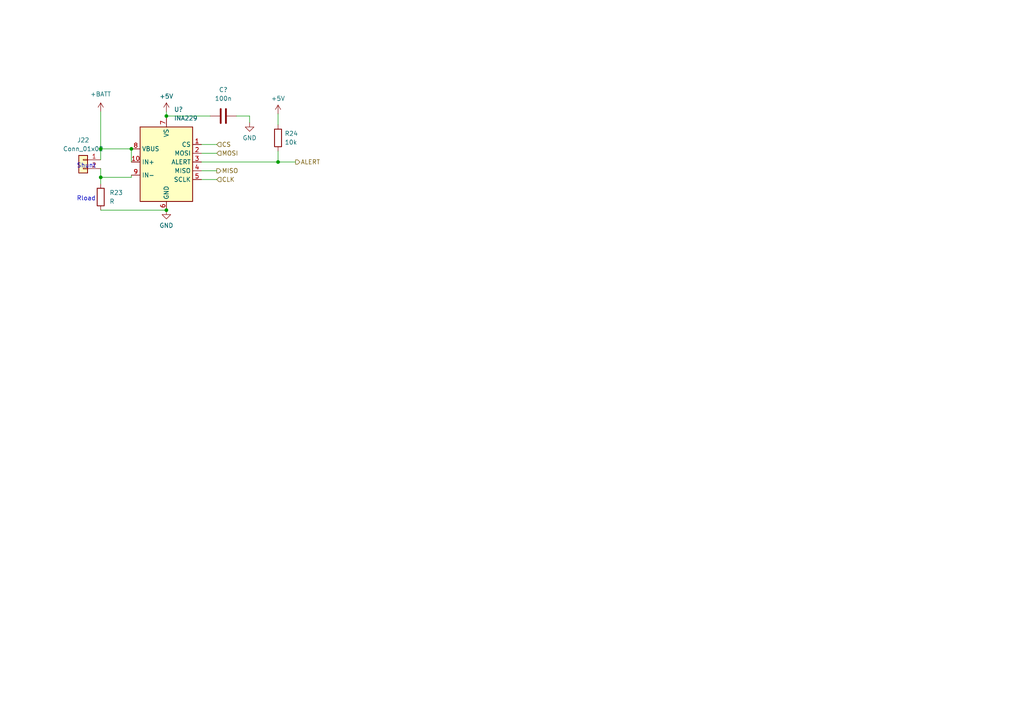
<source format=kicad_sch>
(kicad_sch (version 20230121) (generator eeschema)
  (paper "A4")
  (lib_symbols
    (symbol "Connector_Generic:Conn_01x02" (pin_names (offset 1.016) hide)
      (property "Reference" "J" (at 0 2.54 0))
      (property "Value" "Conn_01x02" (at 0 -5.08 0))
      (symbol "Conn_01x02_1_1"
        (rectangle (start -1.27 -2.413) (end 0 -2.667) (stroke (width 0.1524)))
        (rectangle (start -1.27 0.127) (end 0 -0.127) (stroke (width 0.1524)))
        (rectangle (start -1.27 1.27) (end 1.27 -3.81) (stroke (width 0.254)) (fill (type background)))
        (pin passive line (at -5.08 0 0) (length 3.81) (name "Pin_1") (number "1"))
        (pin passive line (at -5.08 -2.54 0) (length 3.81) (name "Pin_2") (number "2"))
      )
    )
    (symbol "Device:C" (pin_numbers hide) (pin_names (offset 0.254))
      (property "Reference" "C" (at 0.635 2.54 0))
      (property "Value" "C" (at 0.635 -2.54 0))
      (symbol "C_0_1"
        (polyline (pts (xy -2.032 -0.762) (xy 2.032 -0.762)) (stroke (width 0.508)))
        (polyline (pts (xy -2.032 0.762) (xy 2.032 0.762)) (stroke (width 0.508)))
      )
      (symbol "C_1_1"
        (pin passive line (at 0 3.81 270) (length 2.794) (name "~") (number "1"))
        (pin passive line (at 0 -3.81 90) (length 2.794) (name "~") (number "2"))
      )
    )
    (symbol "Device:R" (pin_numbers hide) (pin_names (offset 0))
      (property "Reference" "R" (at 2.032 0 90))
      (property "Value" "R" (at 0 0 90))
      (symbol "R_0_1"
        (rectangle (start -1.016 -2.54) (end 1.016 2.54) (stroke (width 0.254)))
      )
      (symbol "R_1_1"
        (pin passive line (at 0 3.81 270) (length 1.27) (name "~") (number "1"))
        (pin passive line (at 0 -3.81 90) (length 1.27) (name "~") (number "2"))
      )
    )
    (symbol "Sensor_Energy:INA229"
      (property "Reference" "U" (at -8.89 12.7 0))
      (property "Value" "INA229" (at -8.89 10.16 0))
      (symbol "INA229_1_1"
        (rectangle (start -7.62 10.16) (end 7.62 -11.43) (stroke (width 0.254)) (fill (type background)))
        (pin input line (at 10.16 5.08 180) (length 2.54) (name "CS") (number "1"))
        (pin passive line (at -10.16 0 0) (length 2.54) (name "IN+") (number "10"))
        (pin input line (at 10.16 2.54 180) (length 2.54) (name "MOSI") (number "2"))
        (pin output line (at 10.16 0 180) (length 2.54) (name "ALERT") (number "3"))
        (pin output line (at 10.16 -2.54 180) (length 2.54) (name "MISO") (number "4"))
        (pin output line (at 10.16 -5.08 180) (length 2.54) (name "SCLK") (number "5"))
        (pin power_in line (at 0 -13.97 90) (length 2.54) (name "GND") (number "6"))
        (pin power_in line (at 0 12.7 270) (length 2.54) (name "VS") (number "7"))
        (pin passive line (at -10.16 3.81 0) (length 2.54) (name "VBUS") (number "8"))
        (pin passive line (at -10.16 -3.81 0) (length 2.54) (name "IN-") (number "9"))
      )
    )
    (symbol "power:+5V" (power) (pin_names (offset 0))
      (property "Value" "+5V" (at 0 3.556 0))
      (symbol "+5V_0_1"
        (polyline (pts (xy -0.762 1.27) (xy 0 2.54)))
        (polyline (pts (xy 0 0) (xy 0 2.54)))
        (polyline (pts (xy 0 2.54) (xy 0.762 1.27)))
      )
      (symbol "+5V_1_1"
        (pin power_in line (at 0 0 90) (length 0) hide (name "+5V") (number "1"))
      )
    )
    (symbol "power:+BATT" (power) (pin_names (offset 0))
      (property "Value" "+BATT" (at 0 3.556 0))
      (symbol "+BATT_0_1"
        (polyline (pts (xy -0.762 1.27) (xy 0 2.54)))
        (polyline (pts (xy 0 0) (xy 0 2.54)))
        (polyline (pts (xy 0 2.54) (xy 0.762 1.27)))
      )
      (symbol "+BATT_1_1"
        (pin power_in line (at 0 0 90) (length 0) hide (name "+BATT") (number "1"))
      )
    )
    (symbol "power:GND" (power) (pin_names (offset 0))
      (property "Value" "GND" (at 0 -3.81 0))
      (symbol "GND_0_1"
        (polyline (pts (xy 0 0) (xy 0 -1.27) (xy 1.27 -1.27) (xy 0 -2.54) (xy -1.27 -1.27) (xy 0 -1.27)))
      )
      (symbol "GND_1_1"
        (pin power_in line (at 0 0 270) (length 0) hide (name "GND") (number "1"))
      )
    )
  )
  (junction (at 48.26 33.655))
  (junction (at 48.26 60.96))
  (junction (at 29.21 51.435))
  (junction (at 80.645 46.99))
  (junction (at 38.1 43.18))
  (junction (at 29.21 43.18))
  (wire (pts (xy 58.42 46.99) (xy 80.645 46.99)))
  (wire (pts (xy 58.42 49.53) (xy 62.865 49.53)))
  (wire (pts (xy 29.21 43.18) (xy 29.21 46.355)))
  (wire (pts (xy 29.21 51.435) (xy 38.1 51.435)))
  (wire (pts (xy 48.26 32.385) (xy 48.26 33.655)))
  (wire (pts (xy 29.21 32.385) (xy 29.21 43.18)))
  (wire (pts (xy 58.42 41.91) (xy 62.865 41.91)))
  (wire (pts (xy 80.645 46.99) (xy 85.725 46.99)))
  (wire (pts (xy 72.39 33.655) (xy 72.39 35.56)))
  (wire (pts (xy 80.645 33.02) (xy 80.645 36.195)))
  (wire (pts (xy 58.42 52.07) (xy 62.865 52.07)))
  (wire (pts (xy 48.26 33.655) (xy 48.26 34.29)))
  (wire (pts (xy 38.1 51.435) (xy 38.1 50.8)))
  (wire (pts (xy 29.21 43.18) (xy 38.1 43.18)))
  (wire (pts (xy 58.42 44.45) (xy 62.865 44.45)))
  (wire (pts (xy 48.26 33.655) (xy 60.96 33.655)))
  (wire (pts (xy 29.21 51.435) (xy 29.21 53.34)))
  (wire (pts (xy 38.1 43.18) (xy 38.1 46.99)))
  (wire (pts (xy 68.58 33.655) (xy 72.39 33.655)))
  (wire (pts (xy 29.21 60.96) (xy 48.26 60.96)))
  (wire (pts (xy 80.645 43.815) (xy 80.645 46.99)))
  (wire (pts (xy 29.21 48.895) (xy 29.21 51.435)))
  (text "Rload" (at 22.225 58.42 0) (effects (font (size 1.27 1.27)) (justify left bottom)))
  (text "Shunt" (at 22.225 48.895 0) (effects (font (size 1.27 1.27)) (justify left bottom)))
  (hierarchical_label "MOSI" (shape input) (at 62.865 44.45 0))
  (hierarchical_label "CS" (shape input) (at 62.865 41.91 0))
  (hierarchical_label "ALERT" (shape output) (at 85.725 46.99 0))
  (hierarchical_label "CLK" (shape input) (at 62.865 52.07 0))
  (hierarchical_label "MISO" (shape output) (at 62.865 49.53 0))
  (symbol (lib_id "Sensor_Energy:INA229") (at 48.26 46.99 0) (unit 1)
    (property "Reference" "U?" (at 50.4541 31.75 0) (effects (justify left)))
    (property "Value" "INA229" (at 50.4541 34.29 0) (effects (justify left)))
    (property "Footprint" "Package_SO:VSSOP-10_3x3mm_P0.5mm" (effects hide))
    (instances (project "Rover Voltage Sense" (path "" (reference "U?") (unit 1)) (path "" (reference "U15") (unit 1))))
  )
  (symbol (lib_id "Connector_Generic:Conn_01x02") (at 24.13 46.355 0) (mirror y) (unit 1)
    (property "Reference" "J22" (at 24.13 40.64 0))
    (property "Value" "Conn_01x02" (at 24.13 43.18 0))
    (property "Footprint" "Connector_Molex:Molex_PicoBlade_53398-0271_1x02-1MP_P1.25mm_Vertical" (effects hide))
  )
  (symbol (lib_id "power:+BATT") (at 29.21 32.385 0) (unit 1)
    (property "Reference" "#PWR043" (effects hide))
    (property "Value" "+BATT" (at 29.21 27.305 0))
  )
  (symbol (lib_id "power:+5V") (at 48.26 32.385 0) (unit 1)
    (property "Reference" "#PWR?" (effects hide))
    (property "Value" "+5V" (at 48.26 27.94 0))
    (instances (project "Rover Voltage Sense" (path "" (reference "#PWR?") (unit 1)) (path "" (reference "#PWR044") (unit 1))))
  )
  (symbol (lib_id "Device:R") (at 80.645 40.005 0) (unit 1)
    (property "Reference" "R24" (at 82.55 38.735 0) (effects (justify left)))
    (property "Value" "10k" (at 82.55 41.275 0) (effects (justify left)))
    (property "Footprint" "Resistor_SMD:R_0805_2012Metric_Pad1.20x1.40mm_HandSolder" (effects hide))
  )
  (symbol (lib_id "Device:C") (at 64.77 33.655 270) (unit 1)
    (property "Reference" "C?" (at 64.77 26.035 90))
    (property "Value" "100n" (at 64.77 28.575 90))
    (property "Footprint" "Capacitor_SMD:C_0603_1608Metric_Pad1.08x0.95mm_HandSolder" (effects hide))
    (instances (project "Rover Voltage Sense" (path "" (reference "C?") (unit 1)) (path "" (reference "C15") (unit 1))))
  )
  (symbol (lib_id "power:GND") (at 72.39 35.56 0) (unit 1)
    (property "Reference" "#PWR?" (effects hide))
    (property "Value" "GND" (at 72.39 40.005 0))
    (instances (project "Rover Voltage Sense" (path "" (reference "#PWR?") (unit 1)) (path "" (reference "#PWR046") (unit 1))))
  )
  (symbol (lib_id "power:+5V") (at 80.645 33.02 0) (unit 1)
    (property "Reference" "#PWR?" (effects hide))
    (property "Value" "+5V" (at 80.645 28.575 0))
    (instances (project "Rover Voltage Sense" (path "" (reference "#PWR?") (unit 1)) (path "" (reference "#PWR047") (unit 1))))
  )
  (symbol (lib_id "Device:R") (at 29.21 57.15 0) (unit 1) (on_board no)
    (property "Reference" "R23" (at 31.75 55.88 0) (effects (justify left)))
    (property "Value" "R" (at 31.75 58.42 0) (effects (justify left)))
    (property "Footprint" "Resistor_SMD:R_0805_2012Metric_Pad1.20x1.40mm_HandSolder" (effects hide))
  )
  (symbol (lib_id "power:GND") (at 48.26 60.96 0) (unit 1)
    (property "Reference" "#PWR?" (effects hide))
    (property "Value" "GND" (at 48.26 65.405 0))
    (instances (project "Rover Voltage Sense" (path "" (reference "#PWR?") (unit 1)) (path "" (reference "#PWR045") (unit 1))))
  )
)
</source>
